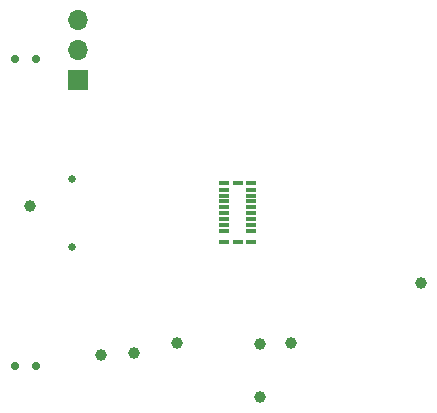
<source format=gbs>
G04 #@! TF.GenerationSoftware,KiCad,Pcbnew,(6.0.0)*
G04 #@! TF.CreationDate,2022-06-18T15:13:31-07:00*
G04 #@! TF.ProjectId,max86141_Rev_A,6d617838-3631-4343-915f-5265765f412e,A*
G04 #@! TF.SameCoordinates,Original*
G04 #@! TF.FileFunction,Soldermask,Bot*
G04 #@! TF.FilePolarity,Negative*
%FSLAX46Y46*%
G04 Gerber Fmt 4.6, Leading zero omitted, Abs format (unit mm)*
G04 Created by KiCad (PCBNEW (6.0.0)) date 2022-06-18 15:13:31*
%MOMM*%
%LPD*%
G01*
G04 APERTURE LIST*
%ADD10C,0.700000*%
%ADD11C,0.650000*%
%ADD12R,1.700000X1.700000*%
%ADD13O,1.700000X1.700000*%
%ADD14C,1.000000*%
%ADD15R,0.900000X0.300000*%
%ADD16R,0.850000X0.300000*%
G04 APERTURE END LIST*
D10*
X132900000Y-123000000D03*
X131100000Y-123000000D03*
D11*
X136000000Y-107110000D03*
X136000000Y-112890000D03*
D12*
X136477000Y-98743000D03*
D13*
X136477000Y-96203000D03*
X136477000Y-93663000D03*
D10*
X131100000Y-97000000D03*
X132900000Y-97000000D03*
D14*
X165506400Y-115925600D03*
D15*
X151150000Y-107500000D03*
X151150000Y-108050000D03*
X151150000Y-108550000D03*
X151150000Y-109050000D03*
X151150000Y-109550000D03*
X151150000Y-110050000D03*
X151150000Y-110550000D03*
X151150000Y-111050000D03*
X151150000Y-111550000D03*
X151150000Y-112500000D03*
D16*
X150000000Y-112500000D03*
D15*
X148850000Y-112500000D03*
X148850000Y-111550000D03*
X148850000Y-111050000D03*
X148850000Y-110550000D03*
X148850000Y-110050000D03*
X148850000Y-109550000D03*
X148850000Y-109050000D03*
X148850000Y-108550000D03*
X148850000Y-108050000D03*
X148850000Y-107500000D03*
D16*
X150000000Y-107500000D03*
D14*
X151841200Y-121107200D03*
X154533600Y-121005600D03*
X138379200Y-122021600D03*
X141173200Y-121920000D03*
X144830800Y-121056400D03*
X132435600Y-109423200D03*
X151841200Y-125628400D03*
M02*

</source>
